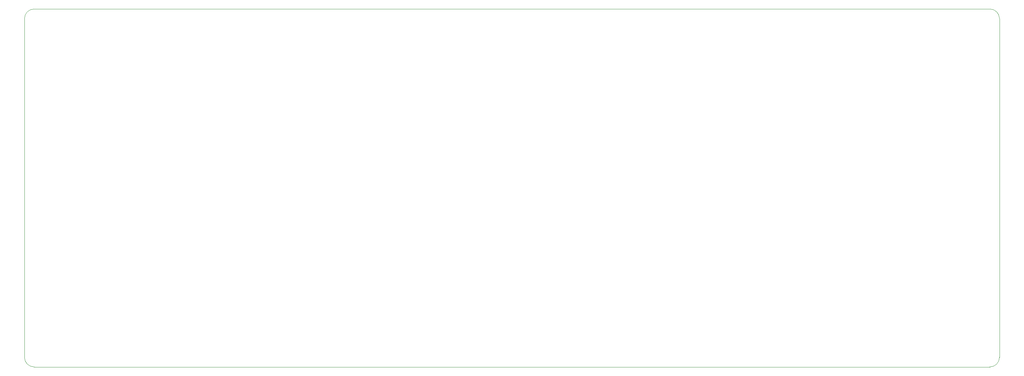
<source format=gbr>
%TF.GenerationSoftware,KiCad,Pcbnew,(5.1.9)-1*%
%TF.CreationDate,2022-03-10T13:39:28-08:00*%
%TF.ProjectId,warpstone - diode array,77617270-7374-46f6-9e65-202d2064696f,rev?*%
%TF.SameCoordinates,Original*%
%TF.FileFunction,Profile,NP*%
%FSLAX46Y46*%
G04 Gerber Fmt 4.6, Leading zero omitted, Abs format (unit mm)*
G04 Created by KiCad (PCBNEW (5.1.9)-1) date 2022-03-10 13:39:28*
%MOMM*%
%LPD*%
G01*
G04 APERTURE LIST*
%TA.AperFunction,Profile*%
%ADD10C,0.050000*%
%TD*%
G04 APERTURE END LIST*
D10*
X262533033Y-22621894D02*
X27384398Y-22621894D01*
X264914293Y-108346958D02*
X264914293Y-25003154D01*
X27384406Y-110728218D02*
X262533033Y-110728218D01*
X25003138Y-25003154D02*
X25003146Y-108346958D01*
X25003138Y-25003154D02*
G75*
G02*
X27384398Y-22621894I2381260J0D01*
G01*
X27384406Y-110728218D02*
G75*
G02*
X25003146Y-108346958I0J2381260D01*
G01*
X264914293Y-108346958D02*
G75*
G02*
X262533033Y-110728218I-2381260J0D01*
G01*
X262533033Y-22621894D02*
G75*
G02*
X264914293Y-25003154I0J-2381260D01*
G01*
M02*

</source>
